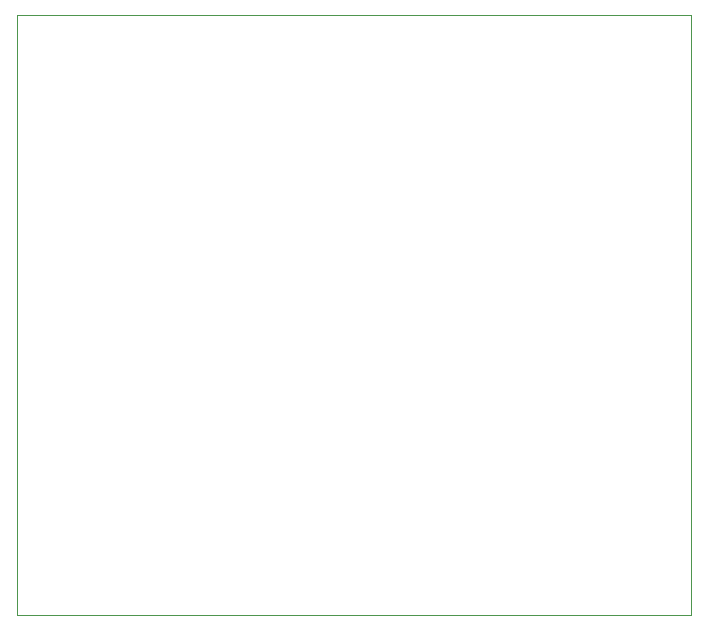
<source format=gbr>
G04 #@! TF.FileFunction,Profile,NP*
%FSLAX46Y46*%
G04 Gerber Fmt 4.6, Leading zero omitted, Abs format (unit mm)*
G04 Created by KiCad (PCBNEW (2015-01-16 BZR 5376)-product) date 3/6/2015 8:50:02 PM*
%MOMM*%
G01*
G04 APERTURE LIST*
%ADD10C,0.100000*%
G04 APERTURE END LIST*
D10*
X168000000Y-49600000D02*
X225000000Y-49600000D01*
X168000000Y-49600000D02*
X168000000Y-100400000D01*
X225000000Y-100400000D02*
X168000000Y-100400000D01*
X225000000Y-49600000D02*
X225000000Y-100400000D01*
M02*

</source>
